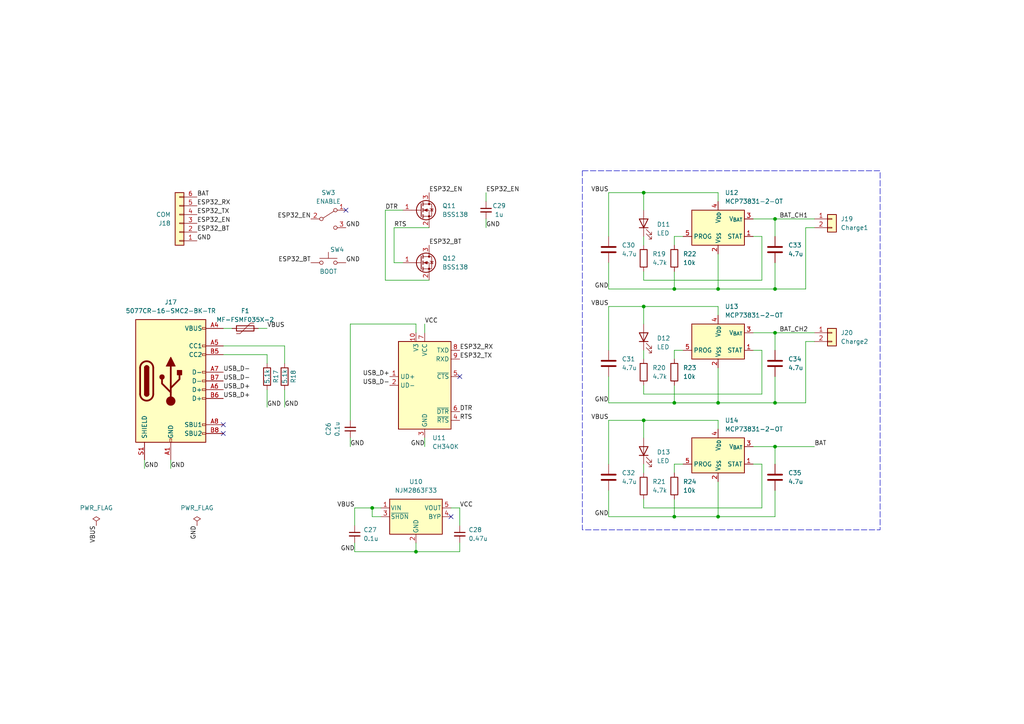
<source format=kicad_sch>
(kicad_sch (version 20230121) (generator eeschema)
  (paper "A4")
  (lib_symbols
    (symbol "Battery_Management:MCP73831-2-OT"
      (property "Reference" "U" (at -7.62 6.35 0))
      (property "Value" "MCP73831-2-OT" (at 1.27 6.35 0))
      (symbol "MCP73831-2-OT_0_1"
        (rectangle (start -7.62 5.08) (end 7.62 -5.08) (stroke (width 0.254)) (fill (type background)))
      )
      (symbol "MCP73831-2-OT_1_1"
        (pin output line (at 10.16 -2.54 180) (length 2.54) (name "STAT") (number "1"))
        (pin power_in line (at 0 -7.62 90) (length 2.54) (name "V_{SS}") (number "2"))
        (pin power_out line (at 10.16 2.54 180) (length 2.54) (name "V_{BAT}") (number "3"))
        (pin power_in line (at 0 7.62 270) (length 2.54) (name "V_{DD}") (number "4"))
        (pin input line (at -10.16 -2.54 0) (length 2.54) (name "PROG") (number "5"))
      )
    )
    (symbol "Connector:USB_C_Receptacle_USB2.0" (pin_names (offset 1.016))
      (property "Reference" "J" (at -10.16 19.05 0))
      (property "Value" "USB_C_Receptacle_USB2.0" (at 19.05 19.05 0))
      (symbol "USB_C_Receptacle_USB2.0_0_0"
        (rectangle (start -0.254 -17.78) (end 0.254 -16.764))
        (rectangle (start 10.16 -14.986) (end 9.144 -15.494))
        (rectangle (start 10.16 -12.446) (end 9.144 -12.954))
        (rectangle (start 10.16 -4.826) (end 9.144 -5.334))
        (rectangle (start 10.16 -2.286) (end 9.144 -2.794))
        (rectangle (start 10.16 0.254) (end 9.144 -0.254))
        (rectangle (start 10.16 2.794) (end 9.144 2.286))
        (rectangle (start 10.16 7.874) (end 9.144 7.366))
        (rectangle (start 10.16 10.414) (end 9.144 9.906))
        (rectangle (start 10.16 15.494) (end 9.144 14.986))
      )
      (symbol "USB_C_Receptacle_USB2.0_0_1"
        (rectangle (start -10.16 17.78) (end 10.16 -17.78) (stroke (width 0.254)) (fill (type background)))
        (arc (start -8.89 -3.81) (mid -6.985 -5.7067) (end -5.08 -3.81) (stroke (width 0.508)))
        (arc (start -7.62 -3.81) (mid -6.985 -4.4423) (end -6.35 -3.81) (stroke (width 0.254)))
        (arc (start -7.62 -3.81) (mid -6.985 -4.4423) (end -6.35 -3.81) (stroke (width 0.254)) (fill (type outline)))
        (rectangle (start -7.62 -3.81) (end -6.35 3.81) (stroke (width 0.254)) (fill (type outline)))
        (arc (start -6.35 3.81) (mid -6.985 4.4423) (end -7.62 3.81) (stroke (width 0.254)))
        (arc (start -6.35 3.81) (mid -6.985 4.4423) (end -7.62 3.81) (stroke (width 0.254)) (fill (type outline)))
        (arc (start -5.08 3.81) (mid -6.985 5.7067) (end -8.89 3.81) (stroke (width 0.508)))
        (circle (center -2.54 1.143) (radius 0.635) (stroke (width 0.254)) (fill (type outline)))
        (circle (center 0 -5.842) (radius 1.27) (fill (type outline)))
        (polyline (pts (xy -8.89 -3.81) (xy -8.89 3.81)) (stroke (width 0.508)))
        (polyline (pts (xy -5.08 3.81) (xy -5.08 -3.81)) (stroke (width 0.508)))
        (polyline (pts (xy 0 -5.842) (xy 0 4.318)) (stroke (width 0.508)))
        (polyline (pts (xy 0 -3.302) (xy -2.54 -0.762) (xy -2.54 0.508)) (stroke (width 0.508)))
        (polyline (pts (xy 0 -2.032) (xy 2.54 0.508) (xy 2.54 1.778)) (stroke (width 0.508)))
        (polyline (pts (xy -1.27 4.318) (xy 0 6.858) (xy 1.27 4.318) (xy -1.27 4.318)) (stroke (width 0.254)) (fill (type outline)))
        (rectangle (start 1.905 1.778) (end 3.175 3.048) (stroke (width 0.254)) (fill (type outline)))
      )
      (symbol "USB_C_Receptacle_USB2.0_1_1"
        (pin passive line (at 0 -22.86 90) (length 5.08) (name "GND") (number "A1"))
        (pin passive line (at 0 -22.86 90) (length 5.08) hide (name "GND") (number "A12"))
        (pin passive line (at 15.24 15.24 180) (length 5.08) (name "VBUS") (number "A4"))
        (pin bidirectional line (at 15.24 10.16 180) (length 5.08) (name "CC1") (number "A5"))
        (pin bidirectional line (at 15.24 -2.54 180) (length 5.08) (name "D+") (number "A6"))
        (pin bidirectional line (at 15.24 2.54 180) (length 5.08) (name "D-") (number "A7"))
        (pin bidirectional line (at 15.24 -12.7 180) (length 5.08) (name "SBU1") (number "A8"))
        (pin passive line (at 15.24 15.24 180) (length 5.08) hide (name "VBUS") (number "A9"))
        (pin passive line (at 0 -22.86 90) (length 5.08) hide (name "GND") (number "B1"))
        (pin passive line (at 0 -22.86 90) (length 5.08) hide (name "GND") (number "B12"))
        (pin passive line (at 15.24 15.24 180) (length 5.08) hide (name "VBUS") (number "B4"))
        (pin bidirectional line (at 15.24 7.62 180) (length 5.08) (name "CC2") (number "B5"))
        (pin bidirectional line (at 15.24 -5.08 180) (length 5.08) (name "D+") (number "B6"))
        (pin bidirectional line (at 15.24 0 180) (length 5.08) (name "D-") (number "B7"))
        (pin bidirectional line (at 15.24 -15.24 180) (length 5.08) (name "SBU2") (number "B8"))
        (pin passive line (at 15.24 15.24 180) (length 5.08) hide (name "VBUS") (number "B9"))
        (pin passive line (at -7.62 -22.86 90) (length 5.08) (name "SHIELD") (number "S1"))
      )
    )
    (symbol "Connector_Generic:Conn_01x02" (pin_names (offset 1.016) hide)
      (property "Reference" "J" (at 0 2.54 0))
      (property "Value" "Conn_01x02" (at 0 -5.08 0))
      (symbol "Conn_01x02_1_1"
        (rectangle (start -1.27 -2.413) (end 0 -2.667) (stroke (width 0.1524)))
        (rectangle (start -1.27 0.127) (end 0 -0.127) (stroke (width 0.1524)))
        (rectangle (start -1.27 1.27) (end 1.27 -3.81) (stroke (width 0.254)) (fill (type background)))
        (pin passive line (at -5.08 0 0) (length 3.81) (name "Pin_1") (number "1"))
        (pin passive line (at -5.08 -2.54 0) (length 3.81) (name "Pin_2") (number "2"))
      )
    )
    (symbol "Connector_Generic:Conn_01x06" (pin_names (offset 1.016) hide)
      (property "Reference" "J" (at 0 7.62 0))
      (property "Value" "Conn_01x06" (at 0 -10.16 0))
      (symbol "Conn_01x06_1_1"
        (rectangle (start -1.27 -7.493) (end 0 -7.747) (stroke (width 0.1524)))
        (rectangle (start -1.27 -4.953) (end 0 -5.207) (stroke (width 0.1524)))
        (rectangle (start -1.27 -2.413) (end 0 -2.667) (stroke (width 0.1524)))
        (rectangle (start -1.27 0.127) (end 0 -0.127) (stroke (width 0.1524)))
        (rectangle (start -1.27 2.667) (end 0 2.413) (stroke (width 0.1524)))
        (rectangle (start -1.27 5.207) (end 0 4.953) (stroke (width 0.1524)))
        (rectangle (start -1.27 6.35) (end 1.27 -8.89) (stroke (width 0.254)) (fill (type background)))
        (pin passive line (at -5.08 5.08 0) (length 3.81) (name "Pin_1") (number "1"))
        (pin passive line (at -5.08 2.54 0) (length 3.81) (name "Pin_2") (number "2"))
        (pin passive line (at -5.08 0 0) (length 3.81) (name "Pin_3") (number "3"))
        (pin passive line (at -5.08 -2.54 0) (length 3.81) (name "Pin_4") (number "4"))
        (pin passive line (at -5.08 -5.08 0) (length 3.81) (name "Pin_5") (number "5"))
        (pin passive line (at -5.08 -7.62 0) (length 3.81) (name "Pin_6") (number "6"))
      )
    )
    (symbol "Device:C" (pin_numbers hide) (pin_names (offset 0.254))
      (property "Reference" "C" (at 0.635 2.54 0))
      (property "Value" "C" (at 0.635 -2.54 0))
      (symbol "C_0_1"
        (polyline (pts (xy -2.032 -0.762) (xy 2.032 -0.762)) (stroke (width 0.508)))
        (polyline (pts (xy -2.032 0.762) (xy 2.032 0.762)) (stroke (width 0.508)))
      )
      (symbol "C_1_1"
        (pin passive line (at 0 3.81 270) (length 2.794) (name "~") (number "1"))
        (pin passive line (at 0 -3.81 90) (length 2.794) (name "~") (number "2"))
      )
    )
    (symbol "Device:C_Small" (pin_numbers hide) (pin_names (offset 0.254) hide)
      (property "Reference" "C" (at 0.254 1.778 0))
      (property "Value" "C_Small" (at 0.254 -2.032 0))
      (symbol "C_Small_0_1"
        (polyline (pts (xy -1.524 -0.508) (xy 1.524 -0.508)) (stroke (width 0.3302)))
        (polyline (pts (xy -1.524 0.508) (xy 1.524 0.508)) (stroke (width 0.3048)))
      )
      (symbol "C_Small_1_1"
        (pin passive line (at 0 2.54 270) (length 2.032) (name "~") (number "1"))
        (pin passive line (at 0 -2.54 90) (length 2.032) (name "~") (number "2"))
      )
    )
    (symbol "Device:LED" (pin_numbers hide) (pin_names (offset 1.016) hide)
      (property "Reference" "D" (at 0 2.54 0))
      (property "Value" "LED" (at 0 -2.54 0))
      (symbol "LED_0_1"
        (polyline (pts (xy -1.27 -1.27) (xy -1.27 1.27)) (stroke (width 0.254)))
        (polyline (pts (xy -1.27 0) (xy 1.27 0)))
        (polyline (pts (xy 1.27 -1.27) (xy 1.27 1.27) (xy -1.27 0) (xy 1.27 -1.27)) (stroke (width 0.254)))
        (polyline (pts (xy -3.048 -0.762) (xy -4.572 -2.286) (xy -3.81 -2.286) (xy -4.572 -2.286) (xy -4.572 -1.524)))
        (polyline (pts (xy -1.778 -0.762) (xy -3.302 -2.286) (xy -2.54 -2.286) (xy -3.302 -2.286) (xy -3.302 -1.524)))
      )
      (symbol "LED_1_1"
        (pin passive line (at -3.81 0 0) (length 2.54) (name "K") (number "1"))
        (pin passive line (at 3.81 0 180) (length 2.54) (name "A") (number "2"))
      )
    )
    (symbol "Device:Polyfuse" (pin_numbers hide) (pin_names (offset 0))
      (property "Reference" "F" (at -2.54 0 90))
      (property "Value" "Polyfuse" (at 2.54 0 90))
      (symbol "Polyfuse_0_1"
        (rectangle (start -0.762 2.54) (end 0.762 -2.54) (stroke (width 0.254)))
        (polyline (pts (xy 0 2.54) (xy 0 -2.54)))
        (polyline (pts (xy -1.524 2.54) (xy -1.524 1.524) (xy 1.524 -1.524) (xy 1.524 -2.54)))
      )
      (symbol "Polyfuse_1_1"
        (pin passive line (at 0 3.81 270) (length 1.27) (name "~") (number "1"))
        (pin passive line (at 0 -3.81 90) (length 1.27) (name "~") (number "2"))
      )
    )
    (symbol "Device:R" (pin_numbers hide) (pin_names (offset 0))
      (property "Reference" "R" (at 2.032 0 90))
      (property "Value" "R" (at 0 0 90))
      (symbol "R_0_1"
        (rectangle (start -1.016 -2.54) (end 1.016 2.54) (stroke (width 0.254)))
      )
      (symbol "R_1_1"
        (pin passive line (at 0 3.81 270) (length 1.27) (name "~") (number "1"))
        (pin passive line (at 0 -3.81 90) (length 1.27) (name "~") (number "2"))
      )
    )
    (symbol "KERISE:CH340K"
      (property "Reference" "U11" (at 2.54 16.51 0))
      (property "Value" "CH340K" (at 2.54 13.97 0))
      (symbol "CH340K_0_1"
        (rectangle (start -7.62 12.7) (end 7.62 -12.7) (stroke (width 0.254)) (fill (type background)))
      )
      (symbol "CH340K_1_1"
        (pin bidirectional line (at -10.16 2.54 0) (length 2.54) (name "UD+") (number "1"))
        (pin passive line (at -2.54 15.24 270) (length 2.54) (name "V3") (number "10"))
        (pin bidirectional line (at -10.16 0 0) (length 2.54) (name "UD-") (number "2"))
        (pin power_in line (at 0 -15.24 90) (length 2.54) (name "GND") (number "3"))
        (pin output line (at 10.16 -10.16 180) (length 2.54) (name "~{RTS}") (number "4"))
        (pin input line (at 10.16 2.54 180) (length 2.54) (name "~{CTS}") (number "5"))
        (pin output line (at 10.16 -7.62 180) (length 2.54) (name "~{DTR}") (number "6"))
        (pin power_in line (at 0 15.24 270) (length 2.54) (name "VCC") (number "7"))
        (pin output line (at 10.16 10.16 180) (length 2.54) (name "TXD") (number "8"))
        (pin input line (at 10.16 7.62 180) (length 2.54) (name "RXD") (number "9"))
      )
    )
    (symbol "Regulator_Linear:LT1761-3.3" (pin_names (offset 0.254))
      (property "Reference" "U" (at -6.35 6.35 0))
      (property "Value" "LT1761-3.3" (at 0 6.35 0))
      (symbol "LT1761-3.3_0_1"
        (rectangle (start -7.62 5.08) (end 7.62 -5.08) (stroke (width 0.254)) (fill (type background)))
      )
      (symbol "LT1761-3.3_1_1"
        (pin power_in line (at -10.16 2.54 0) (length 2.54) (name "VIN") (number "1"))
        (pin power_in line (at 0 -7.62 90) (length 2.54) (name "GND") (number "2"))
        (pin input line (at -10.16 0 0) (length 2.54) (name "~{SHDN}") (number "3"))
        (pin passive line (at 10.16 0 180) (length 2.54) (name "BYP") (number "4"))
        (pin power_out line (at 10.16 2.54 180) (length 2.54) (name "VOUT") (number "5"))
      )
    )
    (symbol "Switch:SW_Push" (pin_numbers hide) (pin_names (offset 1.016) hide)
      (property "Reference" "SW" (at 1.27 2.54 0))
      (property "Value" "SW_Push" (at 0 -1.524 0))
      (symbol "SW_Push_0_1"
        (circle (center -2.032 0) (radius 0.508))
        (polyline (pts (xy 0 1.27) (xy 0 3.048)))
        (polyline (pts (xy 2.54 1.27) (xy -2.54 1.27)))
        (circle (center 2.032 0) (radius 0.508))
        (pin passive line (at -5.08 0 0) (length 2.54) (name "1") (number "1"))
        (pin passive line (at 5.08 0 180) (length 2.54) (name "2") (number "2"))
      )
    )
    (symbol "Switch:SW_SPDT" (pin_names (offset 0) hide)
      (property "Reference" "SW" (at 0 4.318 0))
      (property "Value" "SW_SPDT" (at 0 -5.08 0))
      (symbol "SW_SPDT_0_0"
        (circle (center -2.032 0) (radius 0.508))
        (circle (center 2.032 -2.54) (radius 0.508))
      )
      (symbol "SW_SPDT_0_1"
        (polyline (pts (xy -1.524 0.254) (xy 1.651 2.286)))
        (circle (center 2.032 2.54) (radius 0.508))
      )
      (symbol "SW_SPDT_1_1"
        (pin passive line (at 5.08 2.54 180) (length 2.54) (name "A") (number "1"))
        (pin passive line (at -5.08 0 0) (length 2.54) (name "B") (number "2"))
        (pin passive line (at 5.08 -2.54 180) (length 2.54) (name "C") (number "3"))
      )
    )
    (symbol "Transistor_FET:BSS138" (pin_names hide)
      (property "Reference" "Q" (at 5.08 1.905 0))
      (property "Value" "BSS138" (at 5.08 0 0))
      (symbol "BSS138_0_1"
        (polyline (pts (xy 0.254 0) (xy -2.54 0)))
        (polyline (pts (xy 0.254 1.905) (xy 0.254 -1.905)) (stroke (width 0.254)))
        (polyline (pts (xy 0.762 -1.27) (xy 0.762 -2.286)) (stroke (width 0.254)))
        (polyline (pts (xy 0.762 0.508) (xy 0.762 -0.508)) (stroke (width 0.254)))
        (polyline (pts (xy 0.762 2.286) (xy 0.762 1.27)) (stroke (width 0.254)))
        (polyline (pts (xy 2.54 2.54) (xy 2.54 1.778)))
        (polyline (pts (xy 2.54 -2.54) (xy 2.54 0) (xy 0.762 0)))
        (polyline (pts (xy 0.762 -1.778) (xy 3.302 -1.778) (xy 3.302 1.778) (xy 0.762 1.778)))
        (polyline (pts (xy 1.016 0) (xy 2.032 0.381) (xy 2.032 -0.381) (xy 1.016 0)) (fill (type outline)))
        (polyline (pts (xy 2.794 0.508) (xy 2.921 0.381) (xy 3.683 0.381) (xy 3.81 0.254)))
        (polyline (pts (xy 3.302 0.381) (xy 2.921 -0.254) (xy 3.683 -0.254) (xy 3.302 0.381)))
        (circle (center 1.651 0) (radius 2.794) (stroke (width 0.254)))
        (circle (center 2.54 -1.778) (radius 0.254) (fill (type outline)))
        (circle (center 2.54 1.778) (radius 0.254) (fill (type outline)))
      )
      (symbol "BSS138_1_1"
        (pin input line (at -5.08 0 0) (length 2.54) (name "G") (number "1"))
        (pin passive line (at 2.54 -5.08 90) (length 2.54) (name "S") (number "2"))
        (pin passive line (at 2.54 5.08 270) (length 2.54) (name "D") (number "3"))
      )
    )
    (symbol "power:PWR_FLAG" (power) (pin_numbers hide) (pin_names (offset 0) hide)
      (property "Value" "PWR_FLAG" (at 0 3.81 0))
      (symbol "PWR_FLAG_0_0"
        (pin power_out line (at 0 0 90) (length 0) (name "pwr") (number "1"))
      )
      (symbol "PWR_FLAG_0_1"
        (polyline (pts (xy 0 0) (xy 0 1.27) (xy -1.016 1.905) (xy 0 2.54) (xy 1.016 1.905) (xy 0 1.27)))
      )
    )
  )
  (junction (at 107.95 147.32))
  (junction (at 224.79 116.84))
  (junction (at 224.79 96.52))
  (junction (at 195.58 116.84))
  (junction (at 208.28 83.82))
  (junction (at 195.58 83.82))
  (junction (at 186.69 88.9))
  (junction (at 186.69 55.88))
  (junction (at 224.79 83.82))
  (junction (at 186.69 121.92))
  (junction (at 120.65 160.02))
  (junction (at 224.79 129.54))
  (junction (at 224.79 63.5))
  (junction (at 208.28 149.86))
  (junction (at 208.28 116.84))
  (junction (at 195.58 149.86))
  (no_connect (at 64.77 123.19))
  (no_connect (at 64.77 125.73))
  (no_connect (at 100.33 60.96))
  (no_connect (at 133.35 109.22))
  (no_connect (at 130.81 149.86))
  (wire (pts (xy 224.79 96.52) (xy 224.79 101.6)))
  (wire (pts (xy 123.19 93.98) (xy 123.19 96.52)))
  (wire (pts (xy 41.91 133.35) (xy 41.91 135.89)))
  (wire (pts (xy 176.53 55.88) (xy 186.69 55.88)))
  (wire (pts (xy 77.47 102.87) (xy 64.77 102.87)))
  (wire (pts (xy 220.98 134.62) (xy 220.98 147.32)))
  (wire (pts (xy 102.87 147.32) (xy 102.87 152.4)))
  (wire (pts (xy 176.53 68.58) (xy 176.53 55.88)))
  (wire (pts (xy 176.53 134.62) (xy 176.53 121.92)))
  (wire (pts (xy 176.53 109.22) (xy 176.53 116.84)))
  (wire (pts (xy 218.44 129.54) (xy 224.79 129.54)))
  (wire (pts (xy 220.98 68.58) (xy 218.44 68.58)))
  (wire (pts (xy 120.65 93.98) (xy 120.65 96.52)))
  (wire (pts (xy 111.76 60.96) (xy 116.84 60.96)))
  (wire (pts (xy 186.69 101.6) (xy 186.69 104.14)))
  (wire (pts (xy 176.53 149.86) (xy 195.58 149.86)))
  (wire (pts (xy 82.55 100.33) (xy 64.77 100.33)))
  (wire (pts (xy 220.98 101.6) (xy 220.98 114.3)))
  (wire (pts (xy 218.44 96.52) (xy 224.79 96.52)))
  (wire (pts (xy 102.87 157.48) (xy 102.87 160.02)))
  (wire (pts (xy 236.22 66.04) (xy 233.68 66.04)))
  (wire (pts (xy 208.28 55.88) (xy 208.28 58.42)))
  (wire (pts (xy 233.68 99.06) (xy 233.68 116.84)))
  (wire (pts (xy 220.98 147.32) (xy 186.69 147.32)))
  (wire (pts (xy 133.35 152.4) (xy 133.35 147.32)))
  (wire (pts (xy 186.69 81.28) (xy 186.69 78.74)))
  (wire (pts (xy 114.3 76.2) (xy 116.84 76.2)))
  (wire (pts (xy 220.98 114.3) (xy 186.69 114.3)))
  (wire (pts (xy 195.58 71.12) (xy 195.58 68.58)))
  (wire (pts (xy 107.95 149.86) (xy 107.95 147.32)))
  (wire (pts (xy 82.55 105.41) (xy 82.55 100.33)))
  (wire (pts (xy 120.65 160.02) (xy 120.65 157.48)))
  (wire (pts (xy 176.53 142.24) (xy 176.53 149.86)))
  (wire (pts (xy 220.98 101.6) (xy 218.44 101.6)))
  (wire (pts (xy 74.93 95.25) (xy 77.47 95.25)))
  (wire (pts (xy 124.46 66.04) (xy 114.3 66.04)))
  (wire (pts (xy 195.58 104.14) (xy 195.58 101.6)))
  (wire (pts (xy 208.28 83.82) (xy 224.79 83.82)))
  (wire (pts (xy 195.58 144.78) (xy 195.58 149.86)))
  (wire (pts (xy 186.69 88.9) (xy 208.28 88.9)))
  (wire (pts (xy 101.6 127) (xy 101.6 129.54)))
  (wire (pts (xy 176.53 121.92) (xy 186.69 121.92)))
  (wire (pts (xy 110.49 149.86) (xy 107.95 149.86)))
  (wire (pts (xy 176.53 83.82) (xy 195.58 83.82)))
  (wire (pts (xy 120.65 160.02) (xy 133.35 160.02)))
  (wire (pts (xy 218.44 63.5) (xy 224.79 63.5)))
  (wire (pts (xy 224.79 109.22) (xy 224.79 116.84)))
  (wire (pts (xy 176.53 76.2) (xy 176.53 83.82)))
  (wire (pts (xy 186.69 55.88) (xy 208.28 55.88)))
  (wire (pts (xy 133.35 147.32) (xy 130.81 147.32)))
  (wire (pts (xy 114.3 66.04) (xy 114.3 76.2)))
  (wire (pts (xy 224.79 142.24) (xy 224.79 149.86)))
  (wire (pts (xy 224.79 83.82) (xy 233.68 83.82)))
  (wire (pts (xy 186.69 121.92) (xy 186.69 127)))
  (wire (pts (xy 176.53 101.6) (xy 176.53 88.9)))
  (wire (pts (xy 236.22 99.06) (xy 233.68 99.06)))
  (wire (pts (xy 176.53 116.84) (xy 195.58 116.84)))
  (wire (pts (xy 140.97 55.88) (xy 140.97 58.42)))
  (wire (pts (xy 195.58 134.62) (xy 198.12 134.62)))
  (wire (pts (xy 224.79 129.54) (xy 236.22 129.54)))
  (wire (pts (xy 195.58 137.16) (xy 195.58 134.62)))
  (wire (pts (xy 195.58 101.6) (xy 198.12 101.6)))
  (wire (pts (xy 186.69 121.92) (xy 208.28 121.92)))
  (wire (pts (xy 224.79 116.84) (xy 233.68 116.84)))
  (wire (pts (xy 176.53 88.9) (xy 186.69 88.9)))
  (wire (pts (xy 102.87 160.02) (xy 120.65 160.02)))
  (wire (pts (xy 233.68 66.04) (xy 233.68 83.82)))
  (wire (pts (xy 186.69 88.9) (xy 186.69 93.98)))
  (wire (pts (xy 220.98 134.62) (xy 218.44 134.62)))
  (wire (pts (xy 195.58 68.58) (xy 198.12 68.58)))
  (wire (pts (xy 224.79 129.54) (xy 224.79 134.62)))
  (wire (pts (xy 224.79 63.5) (xy 236.22 63.5)))
  (wire (pts (xy 186.69 114.3) (xy 186.69 111.76)))
  (wire (pts (xy 208.28 149.86) (xy 224.79 149.86)))
  (wire (pts (xy 49.53 133.35) (xy 49.53 135.89)))
  (wire (pts (xy 208.28 106.68) (xy 208.28 116.84)))
  (wire (pts (xy 186.69 55.88) (xy 186.69 60.96)))
  (wire (pts (xy 208.28 116.84) (xy 224.79 116.84)))
  (wire (pts (xy 107.95 147.32) (xy 102.87 147.32)))
  (wire (pts (xy 110.49 147.32) (xy 107.95 147.32)))
  (wire (pts (xy 224.79 96.52) (xy 236.22 96.52)))
  (wire (pts (xy 220.98 81.28) (xy 186.69 81.28)))
  (wire (pts (xy 195.58 116.84) (xy 208.28 116.84)))
  (wire (pts (xy 195.58 83.82) (xy 208.28 83.82)))
  (wire (pts (xy 101.6 93.98) (xy 120.65 93.98)))
  (wire (pts (xy 111.76 81.28) (xy 124.46 81.28)))
  (wire (pts (xy 140.97 63.5) (xy 140.97 66.04)))
  (wire (pts (xy 208.28 73.66) (xy 208.28 83.82)))
  (wire (pts (xy 186.69 147.32) (xy 186.69 144.78)))
  (wire (pts (xy 123.19 127) (xy 123.19 129.54)))
  (wire (pts (xy 77.47 113.03) (xy 77.47 118.11)))
  (wire (pts (xy 224.79 76.2) (xy 224.79 83.82)))
  (wire (pts (xy 195.58 78.74) (xy 195.58 83.82)))
  (wire (pts (xy 186.69 134.62) (xy 186.69 137.16)))
  (wire (pts (xy 208.28 121.92) (xy 208.28 124.46)))
  (wire (pts (xy 208.28 88.9) (xy 208.28 91.44)))
  (wire (pts (xy 208.28 139.7) (xy 208.28 149.86)))
  (wire (pts (xy 101.6 121.92) (xy 101.6 93.98)))
  (wire (pts (xy 224.79 63.5) (xy 224.79 68.58)))
  (wire (pts (xy 77.47 105.41) (xy 77.47 102.87)))
  (wire (pts (xy 133.35 160.02) (xy 133.35 157.48)))
  (wire (pts (xy 186.69 68.58) (xy 186.69 71.12)))
  (wire (pts (xy 64.77 95.25) (xy 67.31 95.25)))
  (wire (pts (xy 111.76 60.96) (xy 111.76 81.28)))
  (wire (pts (xy 195.58 111.76) (xy 195.58 116.84)))
  (wire (pts (xy 220.98 68.58) (xy 220.98 81.28)))
  (wire (pts (xy 195.58 149.86) (xy 208.28 149.86)))
  (wire (pts (xy 82.55 113.03) (xy 82.55 118.11)))
  (rectangle (start 168.91 49.53) (end 255.27 153.67) (stroke (width 0) (type dash)))
  (label "VBUS" (at 176.53 55.88 180))
  (label "GND" (at 100.33 66.04 0))
  (label "USB_D-" (at 64.77 110.49 0))
  (label "USB_D+" (at 64.77 115.57 0))
  (label "RTS" (at 114.3 66.04 0))
  (label "GND" (at 140.97 66.04 0))
  (label "USB_D-" (at 113.03 111.76 180))
  (label "BAT" (at 236.22 129.54 0))
  (label "GND" (at 57.15 69.85 0))
  (label "VCC" (at 123.19 93.98 0))
  (label "ESP32_BT" (at 57.15 67.31 0))
  (label "ESP32_EN" (at 90.17 63.5 180))
  (label "GND" (at 176.53 116.84 180))
  (label "VBUS" (at 176.53 88.9 180))
  (label "GND" (at 176.53 83.82 180))
  (label "DTR" (at 133.35 119.38 0))
  (label "ESP32_BT" (at 90.17 76.2 180))
  (label "DTR" (at 111.76 60.96 0))
  (label "VBUS" (at 102.87 147.32 180))
  (label "ESP32_TX" (at 57.15 62.23 0))
  (label "BAT" (at 57.15 57.15 0))
  (label "ESP32_EN" (at 140.97 55.88 0))
  (label "ESP32_EN" (at 57.15 64.77 0))
  (label "ESP32_BT" (at 124.46 71.12 0))
  (label "GND" (at 176.53 149.86 180))
  (label "ESP32_TX" (at 133.35 104.14 0))
  (label "BAT_CH2" (at 226.06 96.52 0))
  (label "GND" (at 100.33 76.2 0))
  (label "GND" (at 49.53 135.89 0))
  (label "GND" (at 82.55 118.11 0))
  (label "VBUS" (at 27.94 152.4 270))
  (label "GND" (at 57.15 152.4 270))
  (label "VBUS" (at 77.47 95.25 0))
  (label "GND" (at 101.6 129.54 0))
  (label "ESP32_RX" (at 133.35 101.6 0))
  (label "USB_D+" (at 113.03 109.22 180))
  (label "GND" (at 41.91 135.89 0))
  (label "ESP32_EN" (at 124.46 55.88 0))
  (label "VBUS" (at 176.53 121.92 180))
  (label "ESP32_RX" (at 57.15 59.69 0))
  (label "GND" (at 102.87 160.02 180))
  (label "BAT_CH1" (at 226.06 63.5 0))
  (label "RTS" (at 133.35 121.92 0))
  (label "VCC" (at 133.35 147.32 0))
  (label "USB_D+" (at 64.77 113.03 0))
  (label "GND" (at 123.19 129.54 180))
  (label "USB_D-" (at 64.77 107.95 0))
  (label "GND" (at 77.47 118.11 0))
  (symbol (lib_id "Battery_Management:MCP73831-2-OT") (at 208.28 66.04 0) (unit 1)
    (property "Reference" "U12" (at 210.2359 55.88 0) (effects (justify left)))
    (property "Value" "MCP73831-2-OT" (at 210.2359 58.42 0) (effects (justify left)))
    (property "Footprint" "Package_TO_SOT_SMD:SOT-23-5" (effects hide))
    (property "Datasheet" "http://ww1.microchip.com/downloads/en/DeviceDoc/20001984g.pdf" (effects hide))
  )
  (symbol (lib_id "Device:R") (at 195.58 74.93 0) (unit 1)
    (property "Reference" "R22" (at 198.12 73.66 0) (effects (justify left)))
    (property "Value" "10k" (at 198.12 76.2 0) (effects (justify left)))
    (property "Footprint" "Resistor_SMD:R_0402_1005Metric" (effects hide))
  )
  (symbol (lib_id "Device:C") (at 224.79 138.43 0) (unit 1)
    (property "Reference" "C35" (at 228.6 137.16 0) (effects (justify left)))
    (property "Value" "4.7u" (at 228.6 139.7 0) (effects (justify left)))
    (property "Footprint" "Capacitor_SMD:C_0402_1005Metric" (effects hide))
  )
  (symbol (lib_id "Device:LED") (at 186.69 97.79 90) (unit 1)
    (property "Reference" "D12" (at 190.5 98.1075 90) (effects (justify right)))
    (property "Value" "LED" (at 190.5 100.6475 90) (effects (justify right)))
    (property "Footprint" "LED_SMD:LED_0402_1005Metric" (effects hide))
  )
  (symbol (lib_id "Device:R") (at 186.69 74.93 0) (unit 1)
    (property "Reference" "R19" (at 189.23 73.66 0) (effects (justify left)))
    (property "Value" "4.7k" (at 189.23 76.2 0) (effects (justify left)))
    (property "Footprint" "Resistor_SMD:R_0402_1005Metric" (effects hide))
  )
  (symbol (lib_id "power:PWR_FLAG") (at 57.15 152.4 0) (unit 1)
    (property "Reference" "#FLG010" (effects hide))
    (property "Value" "PWR_FLAG" (at 57.15 147.32 0))
  )
  (symbol (lib_id "Device:C_Small") (at 101.6 124.46 180) (unit 1)
    (property "Reference" "C26" (at 95.25 124.4537 90))
    (property "Value" "0.1u" (at 97.79 124.4537 90))
    (property "Footprint" "Capacitor_SMD:C_0402_1005Metric" (effects hide))
  )
  (symbol (lib_id "Transistor_FET:BSS138") (at 121.92 60.96 0) (unit 1)
    (property "Reference" "Q11" (at 128.27 59.69 0) (effects (justify left)))
    (property "Value" "BSS138" (at 128.27 62.23 0) (effects (justify left)))
    (property "Footprint" "Package_TO_SOT_SMD:SOT-23" (effects hide))
    (property "Datasheet" "https://www.onsemi.com/pub/Collateral/BSS138-D.PDF" (effects hide))
  )
  (symbol (lib_id "Device:Polyfuse") (at 71.12 95.25 90) (unit 1)
    (property "Reference" "F1" (at 71.12 90.17 90))
    (property "Value" "MF-FSMF035X-2" (at 71.12 92.71 90))
    (property "Footprint" "Resistor_SMD:R_0603_1608Metric" (effects hide))
  )
  (symbol (lib_id "Transistor_FET:BSS138") (at 121.92 76.2 0) (unit 1)
    (property "Reference" "Q12" (at 128.27 74.93 0) (effects (justify left)))
    (property "Value" "BSS138" (at 128.27 77.47 0) (effects (justify left)))
    (property "Footprint" "Package_TO_SOT_SMD:SOT-23" (effects hide))
    (property "Datasheet" "https://www.onsemi.com/pub/Collateral/BSS138-D.PDF" (effects hide))
  )
  (symbol (lib_id "power:PWR_FLAG") (at 27.94 152.4 0) (unit 1)
    (property "Reference" "#FLG09" (effects hide))
    (property "Value" "PWR_FLAG" (at 27.94 147.32 0))
  )
  (symbol (lib_id "Device:R") (at 195.58 140.97 0) (unit 1)
    (property "Reference" "R24" (at 198.12 139.7 0) (effects (justify left)))
    (property "Value" "10k" (at 198.12 142.24 0) (effects (justify left)))
    (property "Footprint" "Resistor_SMD:R_0402_1005Metric" (effects hide))
  )
  (symbol (lib_id "Device:C") (at 224.79 105.41 0) (unit 1)
    (property "Reference" "C34" (at 228.6 104.14 0) (effects (justify left)))
    (property "Value" "4.7u" (at 228.6 106.68 0) (effects (justify left)))
    (property "Footprint" "Capacitor_SMD:C_0402_1005Metric" (effects hide))
  )
  (symbol (lib_id "Connector_Generic:Conn_01x02") (at 241.3 63.5 0) (unit 1)
    (property "Reference" "J19" (at 243.84 63.5 0) (effects (justify left)))
    (property "Value" "Charge1" (at 243.84 66.04 0) (effects (justify left)))
    (property "Footprint" "mouse:Hirose_DF13-02P-1.25DSA_02x1.25mm_Straight" (effects hide))
  )
  (symbol (lib_id "Device:C") (at 176.53 105.41 0) (unit 1)
    (property "Reference" "C31" (at 180.34 104.14 0) (effects (justify left)))
    (property "Value" "4.7u" (at 180.34 106.68 0) (effects (justify left)))
    (property "Footprint" "Capacitor_SMD:C_0402_1005Metric" (effects hide))
  )
  (symbol (lib_id "KERISE:CH340K") (at 123.19 111.76 0) (unit 1)
    (property "Reference" "U11" (at 125.3841 127 0) (effects (justify left)))
    (property "Value" "CH340K" (at 125.3841 129.54 0) (effects (justify left)))
    (property "Footprint" "Package_SO:SSOP-10_3.9x4.9mm_P1.00mm" (effects hide))
    (property "Datasheet" "https://cdn.sparkfun.com/assets/5/0/a/8/5/CH340DS1.PDF" (effects hide))
  )
  (symbol (lib_id "Device:C_Small") (at 102.87 154.94 0) (unit 1)
    (property "Reference" "C27" (at 105.41 153.6763 0) (effects (justify left)))
    (property "Value" "0.1u" (at 105.41 156.2163 0) (effects (justify left)))
    (property "Footprint" "Capacitor_SMD:C_0402_1005Metric" (effects hide))
  )
  (symbol (lib_id "Device:R") (at 195.58 107.95 0) (unit 1)
    (property "Reference" "R23" (at 198.12 106.68 0) (effects (justify left)))
    (property "Value" "10k" (at 198.12 109.22 0) (effects (justify left)))
    (property "Footprint" "Resistor_SMD:R_0402_1005Metric" (effects hide))
  )
  (symbol (lib_id "Device:C_Small") (at 133.35 154.94 0) (unit 1)
    (property "Reference" "C28" (at 135.89 153.6763 0) (effects (justify left)))
    (property "Value" "0.47u" (at 135.89 156.2163 0) (effects (justify left)))
    (property "Footprint" "Capacitor_SMD:C_0402_1005Metric" (effects hide))
  )
  (symbol (lib_id "Regulator_Linear:LT1761-3.3") (at 120.65 149.86 0) (unit 1)
    (property "Reference" "U10" (at 120.65 139.7 0))
    (property "Value" "NJM2863F33" (at 120.65 142.24 0))
    (property "Footprint" "Package_TO_SOT_SMD:TSOT-23-5" (effects hide))
    (property "Datasheet" "https://www.analog.com/media/en/technical-documentation/data-sheets/1761sff.pdf" (effects hide))
  )
  (symbol (lib_id "Device:LED") (at 186.69 64.77 90) (unit 1)
    (property "Reference" "D11" (at 190.5 65.0875 90) (effects (justify right)))
    (property "Value" "LED" (at 190.5 67.6275 90) (effects (justify right)))
    (property "Footprint" "LED_SMD:LED_0402_1005Metric" (effects hide))
  )
  (symbol (lib_id "Device:C") (at 176.53 72.39 0) (unit 1)
    (property "Reference" "C30" (at 180.34 71.12 0) (effects (justify left)))
    (property "Value" "4.7u" (at 180.34 73.66 0) (effects (justify left)))
    (property "Footprint" "Capacitor_SMD:C_0402_1005Metric" (effects hide))
  )
  (symbol (lib_id "Battery_Management:MCP73831-2-OT") (at 208.28 132.08 0) (unit 1)
    (property "Reference" "U14" (at 210.2359 121.92 0) (effects (justify left)))
    (property "Value" "MCP73831-2-OT" (at 210.2359 124.46 0) (effects (justify left)))
    (property "Footprint" "Package_TO_SOT_SMD:SOT-23-5" (effects hide))
    (property "Datasheet" "http://ww1.microchip.com/downloads/en/DeviceDoc/20001984g.pdf" (effects hide))
  )
  (symbol (lib_id "Connector:USB_C_Receptacle_USB2.0") (at 49.53 110.49 0) (unit 1)
    (property "Reference" "J17" (at 49.53 87.63 0))
    (property "Value" "5077CR-16-SMC2-BK-TR" (at 49.53 90.17 0))
    (property "Footprint" "Connector_USB:USB_C_Receptacle_GCT_USB4105-xx-A_16P_TopMnt_Horizontal" (effects hide))
    (property "Datasheet" "https://www.usb.org/sites/default/files/documents/usb_type-c.zip" (effects hide))
  )
  (symbol (lib_id "Device:R") (at 186.69 140.97 0) (unit 1)
    (property "Reference" "R21" (at 189.23 139.7 0) (effects (justify left)))
    (property "Value" "4.7k" (at 189.23 142.24 0) (effects (justify left)))
    (property "Footprint" "Resistor_SMD:R_0402_1005Metric" (effects hide))
  )
  (symbol (lib_id "Device:C_Small") (at 140.97 60.96 0) (unit 1)
    (property "Reference" "C29" (at 144.78 59.69 0))
    (property "Value" "1u" (at 144.78 62.23 0))
    (property "Footprint" "Capacitor_SMD:C_0402_1005Metric" (effects hide))
  )
  (symbol (lib_id "Device:R") (at 186.69 107.95 0) (unit 1)
    (property "Reference" "R20" (at 189.23 106.68 0) (effects (justify left)))
    (property "Value" "4.7k" (at 189.23 109.22 0) (effects (justify left)))
    (property "Footprint" "Resistor_SMD:R_0402_1005Metric" (effects hide))
  )
  (symbol (lib_id "Device:C") (at 224.79 72.39 0) (unit 1)
    (property "Reference" "C33" (at 228.6 71.12 0) (effects (justify left)))
    (property "Value" "4.7u" (at 228.6 73.66 0) (effects (justify left)))
    (property "Footprint" "Capacitor_SMD:C_0402_1005Metric" (effects hide))
  )
  (symbol (lib_id "Device:R") (at 82.55 109.22 0) (unit 1)
    (property "Reference" "R18" (at 85.09 109.22 90))
    (property "Value" "5.1k" (at 82.55 109.22 90))
    (property "Footprint" "Resistor_SMD:R_0402_1005Metric" (effects hide))
  )
  (symbol (lib_id "Device:R") (at 77.47 109.22 0) (unit 1)
    (property "Reference" "R17" (at 80.01 109.22 90))
    (property "Value" "5.1k" (at 77.47 109.22 90))
    (property "Footprint" "Resistor_SMD:R_0402_1005Metric" (effects hide))
  )
  (symbol (lib_id "Connector_Generic:Conn_01x06") (at 52.07 64.77 180) (unit 1)
    (property "Reference" "J18" (at 49.53 64.77 0) (effects (justify left)))
    (property "Value" "COM" (at 49.53 62.23 0) (effects (justify left)))
    (property "Footprint" "Connector_JST:JST_SH_SM06B-SRSS-TB_1x06-1MP_P1.00mm_Horizontal" (effects hide))
  )
  (symbol (lib_id "Device:LED") (at 186.69 130.81 90) (unit 1)
    (property "Reference" "D13" (at 190.5 131.1275 90) (effects (justify right)))
    (property "Value" "LED" (at 190.5 133.6675 90) (effects (justify right)))
    (property "Footprint" "LED_SMD:LED_0402_1005Metric" (effects hide))
  )
  (symbol (lib_id "Battery_Management:MCP73831-2-OT") (at 208.28 99.06 0) (unit 1)
    (property "Reference" "U13" (at 210.2359 88.9 0) (effects (justify left)))
    (property "Value" "MCP73831-2-OT" (at 210.2359 91.44 0) (effects (justify left)))
    (property "Footprint" "Package_TO_SOT_SMD:SOT-23-5" (effects hide))
    (property "Datasheet" "http://ww1.microchip.com/downloads/en/DeviceDoc/20001984g.pdf" (effects hide))
  )
  (symbol (lib_id "Switch:SW_Push") (at 95.25 76.2 0) (unit 1)
    (property "Reference" "SW4" (at 97.79 72.39 0))
    (property "Value" "BOOT" (at 95.25 78.74 0))
    (property "Footprint" "Button_Switch_SMD:SW_Push_1P1T_NO_Vertical_Wuerth_434133025816" (effects hide))
  )
  (symbol (lib_id "Switch:SW_SPDT") (at 95.25 63.5 0) (unit 1)
    (property "Reference" "SW3" (at 95.25 55.88 0))
    (property "Value" "ENABLE" (at 95.25 58.42 0))
    (property "Footprint" "Button_Switch_SMD:SW_SPDT_PCM12" (effects hide))
  )
  (symbol (lib_id "Connector_Generic:Conn_01x02") (at 241.3 96.52 0) (unit 1)
    (property "Reference" "J20" (at 243.84 96.52 0) (effects (justify left)))
    (property "Value" "Charge2" (at 243.84 99.06 0) (effects (justify left)))
    (property "Footprint" "mouse:Hirose_DF13-02P-1.25DSA_02x1.25mm_Straight" (effects hide))
  )
  (symbol (lib_id "Device:C") (at 176.53 138.43 0) (unit 1)
    (property "Reference" "C32" (at 180.34 137.16 0) (effects (justify left)))
    (property "Value" "4.7u" (at 180.34 139.7 0) (effects (justify left)))
    (property "Footprint" "Capacitor_SMD:C_0402_1005Metric" (effects hide))
  )
)
</source>
